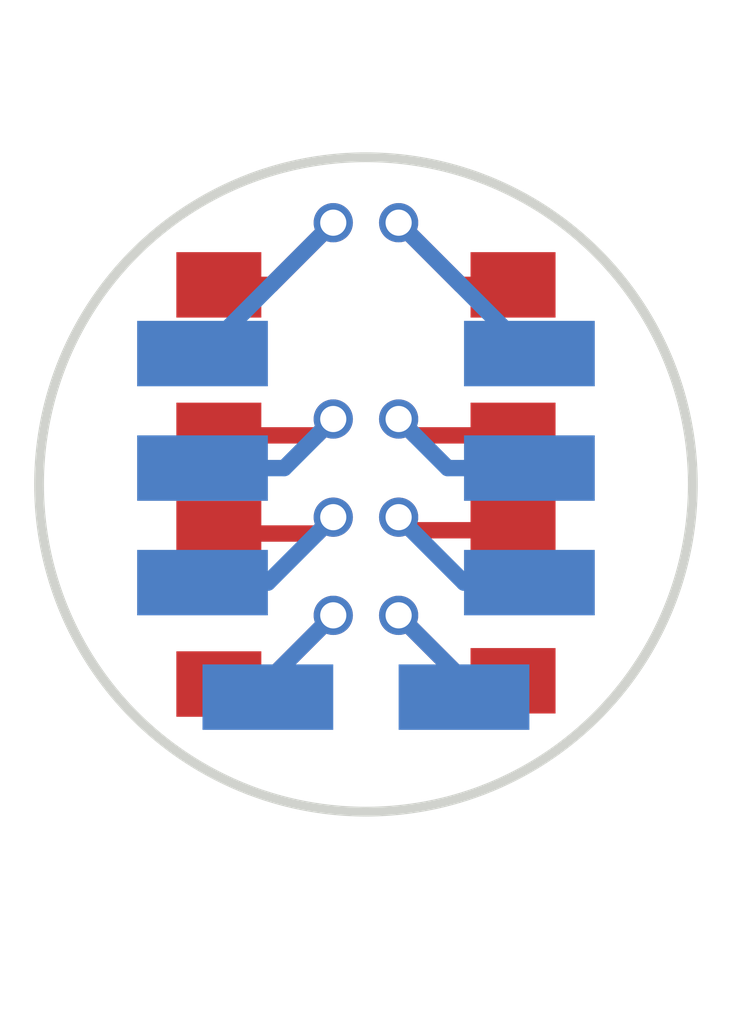
<source format=kicad_pcb>
(kicad_pcb (version 4) (host pcbnew 4.0.7)

  (general
    (links 8)
    (no_connects 0)
    (area 0 0 0 0)
    (thickness 1.6)
    (drawings 17)
    (tracks 38)
    (zones 0)
    (modules 12)
    (nets 9)
  )

  (page A4)
  (layers
    (0 F.Cu signal)
    (31 B.Cu signal)
    (32 B.Adhes user)
    (33 F.Adhes user)
    (34 B.Paste user)
    (35 F.Paste user)
    (36 B.SilkS user)
    (37 F.SilkS user)
    (38 B.Mask user)
    (39 F.Mask user)
    (40 Dwgs.User user)
    (41 Cmts.User user)
    (42 Eco1.User user)
    (43 Eco2.User user)
    (44 Edge.Cuts user)
    (45 Margin user)
    (46 B.CrtYd user)
    (47 F.CrtYd user)
    (48 B.Fab user)
    (49 F.Fab user)
  )

  (setup
    (last_trace_width 0.25)
    (trace_clearance 0.2)
    (zone_clearance 0.508)
    (zone_45_only no)
    (trace_min 0.2)
    (segment_width 0.2)
    (edge_width 0.15)
    (via_size 0.6)
    (via_drill 0.4)
    (via_min_size 0.4)
    (via_min_drill 0.3)
    (uvia_size 0.3)
    (uvia_drill 0.1)
    (uvias_allowed no)
    (uvia_min_size 0.2)
    (uvia_min_drill 0.1)
    (pcb_text_width 0.3)
    (pcb_text_size 1.5 1.5)
    (mod_edge_width 0.15)
    (mod_text_size 1 1)
    (mod_text_width 0.15)
    (pad_size 1.524 1.524)
    (pad_drill 0.762)
    (pad_to_mask_clearance 0.2)
    (aux_axis_origin 0 0)
    (visible_elements FFFFFF7F)
    (pcbplotparams
      (layerselection 0x01030_80000001)
      (usegerberextensions false)
      (excludeedgelayer true)
      (linewidth 0.100000)
      (plotframeref false)
      (viasonmask false)
      (mode 1)
      (useauxorigin false)
      (hpglpennumber 1)
      (hpglpenspeed 20)
      (hpglpendiameter 15)
      (hpglpenoverlay 2)
      (psnegative false)
      (psa4output false)
      (plotreference true)
      (plotvalue true)
      (plotinvisibletext false)
      (padsonsilk false)
      (subtractmaskfromsilk false)
      (outputformat 1)
      (mirror false)
      (drillshape 0)
      (scaleselection 1)
      (outputdirectory Outputs/))
  )

  (net 0 "")
  (net 1 "Net-(D1-Pad1)")
  (net 2 "Net-(D1-Pad2)")
  (net 3 "Net-(D2-Pad1)")
  (net 4 "Net-(D2-Pad2)")
  (net 5 "Net-(Q1-Pad1)")
  (net 6 "Net-(Q1-Pad2)")
  (net 7 "Net-(Q2-Pad1)")
  (net 8 "Net-(Q2-Pad2)")

  (net_class Default "This is the default net class."
    (clearance 0.2)
    (trace_width 0.25)
    (via_dia 0.6)
    (via_drill 0.4)
    (uvia_dia 0.3)
    (uvia_drill 0.1)
    (add_net "Net-(D1-Pad1)")
    (add_net "Net-(D1-Pad2)")
    (add_net "Net-(D2-Pad1)")
    (add_net "Net-(D2-Pad2)")
    (add_net "Net-(Q1-Pad1)")
    (add_net "Net-(Q1-Pad2)")
    (add_net "Net-(Q2-Pad1)")
    (add_net "Net-(Q2-Pad2)")
  )

  (module "Local Library:0805" (layer F.Cu) (tedit 5B840685) (tstamp 5B840282)
    (at 111.75 96.75 270)
    (path /5B804E81)
    (fp_text reference D1 (at -0.456 2.368 270) (layer F.Fab)
      (effects (font (size 1 1) (thickness 0.15)))
    )
    (fp_text value LED (at -1.956 -1.632 270) (layer F.Fab)
      (effects (font (size 1 1) (thickness 0.15)))
    )
    (pad 1 smd rect (at 0 0 270) (size 1 1.3) (layers F.Cu F.Paste F.Mask)
      (net 1 "Net-(D1-Pad1)"))
    (pad 2 smd rect (at 2.3 0 270) (size 1 1.3) (layers F.Cu F.Paste F.Mask)
      (net 2 "Net-(D1-Pad2)"))
  )

  (module "Local Library:0805" (layer F.Cu) (tedit 5B840693) (tstamp 5B840288)
    (at 111.75 95.25 90)
    (path /5B804EAA)
    (fp_text reference D2 (at 0.29 2.24 90) (layer F.Fab)
      (effects (font (size 1 1) (thickness 0.15)))
    )
    (fp_text value LED (at -0.15 -1.41 90) (layer F.Fab)
      (effects (font (size 1 1) (thickness 0.15)))
    )
    (pad 1 smd rect (at 0 0 90) (size 1 1.3) (layers F.Cu F.Paste F.Mask)
      (net 3 "Net-(D2-Pad1)"))
    (pad 2 smd rect (at 2.3 0 90) (size 1 1.3) (layers F.Cu F.Paste F.Mask)
      (net 4 "Net-(D2-Pad2)"))
  )

  (module "Local Library:0805" (layer F.Cu) (tedit 5B84068E) (tstamp 5B84028E)
    (at 116.25 99 90)
    (path /5B802AE4)
    (fp_text reference Q1 (at 3.52 1.836 90) (layer F.Fab)
      (effects (font (size 1 1) (thickness 0.15)))
    )
    (fp_text value Q_Photo_NPN (at -0.15 -1.41 90) (layer F.Fab)
      (effects (font (size 1 1) (thickness 0.15)))
    )
    (pad 1 smd rect (at 0 0 90) (size 1 1.3) (layers F.Cu F.Paste F.Mask)
      (net 5 "Net-(Q1-Pad1)"))
    (pad 2 smd rect (at 2.3 0 90) (size 1 1.3) (layers F.Cu F.Paste F.Mask)
      (net 6 "Net-(Q1-Pad2)"))
  )

  (module "Local Library:0805" (layer F.Cu) (tedit 5B84067E) (tstamp 5B840294)
    (at 116.25 95.25 90)
    (path /5B804E66)
    (fp_text reference Q2 (at 5.528 1.408 90) (layer F.Fab)
      (effects (font (size 1 1) (thickness 0.15)))
    )
    (fp_text value Q_Photo_NPN (at -0.15 -1.41 90) (layer F.Fab)
      (effects (font (size 1 1) (thickness 0.15)))
    )
    (pad 1 smd rect (at 0 0 90) (size 1 1.3) (layers F.Cu F.Paste F.Mask)
      (net 7 "Net-(Q2-Pad1)"))
    (pad 2 smd rect (at 2.3 0 90) (size 1 1.3) (layers F.Cu F.Paste F.Mask)
      (net 8 "Net-(Q2-Pad2)"))
  )

  (module "Local Library:WirePad" (layer B.Cu) (tedit 5B84000E) (tstamp 5B840299)
    (at 112.5 99.25)
    (path /5B840282)
    (fp_text reference U1 (at 0.04 -3.22) (layer B.Fab)
      (effects (font (size 1 1) (thickness 0.15)) (justify mirror))
    )
    (fp_text value WirePad (at -0.02 2.88) (layer B.Fab)
      (effects (font (size 1 1) (thickness 0.15)) (justify mirror))
    )
    (pad 1 smd rect (at 0 0) (size 2 1) (layers B.Cu B.Paste B.Mask)
      (net 2 "Net-(D1-Pad2)"))
  )

  (module "Local Library:WirePad" (layer B.Cu) (tedit 5B8405E0) (tstamp 5B84029E)
    (at 111.5 97.5)
    (path /5B840144)
    (fp_text reference U2 (at 0.04 -3.22) (layer B.Fab)
      (effects (font (size 1 1) (thickness 0.15)) (justify mirror))
    )
    (fp_text value WirePad (at -0.02 2.88) (layer B.Fab)
      (effects (font (size 1 1) (thickness 0.15)) (justify mirror))
    )
    (pad 1 smd rect (at 0 0) (size 2 1) (layers B.Cu B.Paste B.Mask)
      (net 1 "Net-(D1-Pad1)"))
  )

  (module "Local Library:WirePad" (layer B.Cu) (tedit 5B84000E) (tstamp 5B8402A3)
    (at 115.5 99.25)
    (path /5B8402C3)
    (fp_text reference U3 (at 0.04 -3.22) (layer B.Fab)
      (effects (font (size 1 1) (thickness 0.15)) (justify mirror))
    )
    (fp_text value WirePad (at -0.02 2.88) (layer B.Fab)
      (effects (font (size 1 1) (thickness 0.15)) (justify mirror))
    )
    (pad 1 smd rect (at 0 0) (size 2 1) (layers B.Cu B.Paste B.Mask)
      (net 5 "Net-(Q1-Pad1)"))
  )

  (module "Local Library:WirePad" (layer B.Cu) (tedit 5B84000E) (tstamp 5B8402A8)
    (at 116.5 97.5)
    (path /5B8401B5)
    (fp_text reference U4 (at 0.04 -3.22) (layer B.Fab)
      (effects (font (size 1 1) (thickness 0.15)) (justify mirror))
    )
    (fp_text value WirePad (at -0.02 2.88) (layer B.Fab)
      (effects (font (size 1 1) (thickness 0.15)) (justify mirror))
    )
    (pad 1 smd rect (at 0 0) (size 2 1) (layers B.Cu B.Paste B.Mask)
      (net 6 "Net-(Q1-Pad2)"))
  )

  (module "Local Library:WirePad" (layer B.Cu) (tedit 5B84000E) (tstamp 5B8402AD)
    (at 116.5 95.75)
    (path /5B84031E)
    (fp_text reference U5 (at 0.04 -3.22) (layer B.Fab)
      (effects (font (size 1 1) (thickness 0.15)) (justify mirror))
    )
    (fp_text value WirePad (at -0.02 2.88) (layer B.Fab)
      (effects (font (size 1 1) (thickness 0.15)) (justify mirror))
    )
    (pad 1 smd rect (at 0 0) (size 2 1) (layers B.Cu B.Paste B.Mask)
      (net 7 "Net-(Q2-Pad1)"))
  )

  (module "Local Library:WirePad" (layer B.Cu) (tedit 5B84000E) (tstamp 5B8402B2)
    (at 116.5 94)
    (path /5B8401F6)
    (fp_text reference U6 (at 0.04 -3.22) (layer B.Fab)
      (effects (font (size 1 1) (thickness 0.15)) (justify mirror))
    )
    (fp_text value WirePad (at -0.02 2.88) (layer B.Fab)
      (effects (font (size 1 1) (thickness 0.15)) (justify mirror))
    )
    (pad 1 smd rect (at 0 0) (size 2 1) (layers B.Cu B.Paste B.Mask)
      (net 8 "Net-(Q2-Pad2)"))
  )

  (module "Local Library:WirePad" (layer B.Cu) (tedit 5B84000E) (tstamp 5B8402B7)
    (at 111.5 94)
    (path /5B84036F)
    (fp_text reference U7 (at 0.04 -3.22) (layer B.Fab)
      (effects (font (size 1 1) (thickness 0.15)) (justify mirror))
    )
    (fp_text value WirePad (at -0.02 2.88) (layer B.Fab)
      (effects (font (size 1 1) (thickness 0.15)) (justify mirror))
    )
    (pad 1 smd rect (at 0 0) (size 2 1) (layers B.Cu B.Paste B.Mask)
      (net 4 "Net-(D2-Pad2)"))
  )

  (module "Local Library:WirePad" (layer B.Cu) (tedit 5B84000E) (tstamp 5B8402BC)
    (at 111.5 95.75)
    (path /5B840235)
    (fp_text reference U8 (at 0.04 -3.22) (layer B.Fab)
      (effects (font (size 1 1) (thickness 0.15)) (justify mirror))
    )
    (fp_text value WirePad (at -0.02 2.88) (layer B.Fab)
      (effects (font (size 1 1) (thickness 0.15)) (justify mirror))
    )
    (pad 1 smd rect (at 0 0) (size 2 1) (layers B.Cu B.Paste B.Mask)
      (net 3 "Net-(D2-Pad1)"))
  )

  (gr_circle (center 113.5 98) (end 113.7 97.97) (layer B.Mask) (width 0.2))
  (gr_circle (center 114.5 98) (end 114.69 97.9) (layer B.Mask) (width 0.2))
  (gr_circle (center 114.5 96.5) (end 114.71 96.48) (layer B.Mask) (width 0.2))
  (gr_circle (center 113.5 96.5) (end 113.7 96.43) (layer B.Mask) (width 0.2))
  (gr_circle (center 113.5 95) (end 113.7 94.95) (layer B.Mask) (width 0.2))
  (gr_circle (center 114.5 95) (end 114.7 94.95) (layer B.Mask) (width 0.2))
  (gr_circle (center 114.5 92) (end 114.7 91.96) (layer B.Mask) (width 0.2))
  (gr_circle (center 113.5 92) (end 113.7 91.95) (layer B.Mask) (width 0.2))
  (gr_circle (center 113.5 98) (end 113.69 97.93) (layer F.Mask) (width 0.2))
  (gr_circle (center 114.5 98) (end 114.69 97.9) (layer F.Mask) (width 0.2))
  (gr_circle (center 113.5 96.5) (end 113.69 96.41) (layer F.Mask) (width 0.2))
  (gr_circle (center 114.5 96.5) (end 114.69 96.41) (layer F.Mask) (width 0.2))
  (gr_circle (center 114.5 95) (end 114.7 94.95) (layer F.Mask) (width 0.2))
  (gr_circle (center 113.5 95) (end 113.7 94.99) (layer F.Mask) (width 0.2))
  (gr_circle (center 114.5 92) (end 114.7 91.96) (layer F.Mask) (width 0.2))
  (gr_circle (center 113.5 92) (end 113.69 91.94) (layer F.Mask) (width 0.2))
  (gr_circle (center 114 96) (end 119 96) (layer Edge.Cuts) (width 0.15))

  (via (at 113.5 96.5) (size 0.6) (drill 0.4) (layers F.Cu B.Cu) (net 1))
  (segment (start 113.25 96.75) (end 113.5 96.5) (width 0.25) (layer F.Cu) (net 1) (tstamp 5B845062))
  (segment (start 111.75 96.75) (end 113.25 96.75) (width 0.25) (layer F.Cu) (net 1) (status 400000))
  (segment (start 113.5 96.5) (end 112.5 97.5) (width 0.25) (layer B.Cu) (net 1) (tstamp 5B845067))
  (segment (start 112.5 97.5) (end 111.5 97.5) (width 0.25) (layer B.Cu) (net 1) (tstamp 5B845068) (status C00000))
  (via (at 113.5 98) (size 0.6) (drill 0.4) (layers F.Cu B.Cu) (net 2))
  (segment (start 112.5 99) (end 113.5 98) (width 0.25) (layer B.Cu) (net 2) (tstamp 5B845082) (status 400000))
  (segment (start 112.45 99.05) (end 111.75 99.05) (width 0.25) (layer F.Cu) (net 2) (tstamp 5B845088) (status 800000))
  (segment (start 113.5 98) (end 112.45 99.05) (width 0.25) (layer F.Cu) (net 2) (tstamp 5B845087))
  (segment (start 112.5 99.25) (end 112.5 99) (width 0.25) (layer B.Cu) (net 2) (status C00000))
  (via (at 113.5 95) (size 0.6) (drill 0.4) (layers F.Cu B.Cu) (net 3))
  (segment (start 113.25 95.25) (end 113.5 95) (width 0.25) (layer F.Cu) (net 3) (tstamp 5B845041))
  (segment (start 111.75 95.25) (end 113.25 95.25) (width 0.25) (layer F.Cu) (net 3) (status 400000))
  (segment (start 112.75 95.75) (end 111.5 95.75) (width 0.25) (layer B.Cu) (net 3) (tstamp 5B845047) (status 800000))
  (segment (start 113.5 95) (end 112.75 95.75) (width 0.25) (layer B.Cu) (net 3) (tstamp 5B845046))
  (segment (start 111.75 92.95) (end 112.55 92.95) (width 0.25) (layer F.Cu) (net 4))
  (segment (start 113.5 92) (end 111.5 94) (width 0.25) (layer B.Cu) (net 4) (tstamp 5B845009))
  (via (at 113.5 92) (size 0.6) (drill 0.4) (layers F.Cu B.Cu) (net 4))
  (segment (start 112.55 92.95) (end 113.5 92) (width 0.25) (layer F.Cu) (net 4) (tstamp 5B845005))
  (via (at 114.5 98) (size 0.6) (drill 0.4) (layers F.Cu B.Cu) (net 5))
  (segment (start 115.5 99) (end 114.5 98) (width 0.25) (layer F.Cu) (net 5) (tstamp 5B845077))
  (segment (start 116.25 99) (end 115.5 99) (width 0.25) (layer F.Cu) (net 5) (status 400000))
  (segment (start 114.5 98) (end 115.5 99) (width 0.25) (layer B.Cu) (net 5) (tstamp 5B84507E) (status 800000))
  (segment (start 115.5 99) (end 115.5 99.25) (width 0.25) (layer B.Cu) (net 5) (tstamp 5B84507F) (status C00000))
  (segment (start 116.5 97.5) (end 115.5 97.5) (width 0.25) (layer B.Cu) (net 6) (status C00000))
  (segment (start 115.5 97.5) (end 114.5 96.5) (width 0.25) (layer B.Cu) (net 6) (tstamp 5B84506C) (status 400000))
  (via (at 114.5 96.5) (size 0.6) (drill 0.4) (layers F.Cu B.Cu) (net 6))
  (segment (start 114.5 96.5) (end 114.7 96.7) (width 0.25) (layer F.Cu) (net 6) (tstamp 5B845071))
  (segment (start 114.7 96.7) (end 116.25 96.7) (width 0.25) (layer F.Cu) (net 6) (tstamp 5B845072) (status 800000))
  (segment (start 116.25 95.25) (end 114.75 95.25) (width 0.25) (layer F.Cu) (net 7) (status 400000))
  (segment (start 115.25 95.75) (end 116.5 95.75) (width 0.25) (layer B.Cu) (net 7) (tstamp 5B845057) (status 800000))
  (segment (start 114.5 95) (end 115.25 95.75) (width 0.25) (layer B.Cu) (net 7) (tstamp 5B845056))
  (via (at 114.5 95) (size 0.6) (drill 0.4) (layers F.Cu B.Cu) (net 7))
  (segment (start 114.75 95.25) (end 114.5 95) (width 0.25) (layer F.Cu) (net 7) (tstamp 5B845052))
  (segment (start 116.25 92.95) (end 115.45 92.95) (width 0.25) (layer F.Cu) (net 8) (status 400000))
  (segment (start 114.5 92) (end 116.5 94) (width 0.25) (layer B.Cu) (net 8) (tstamp 5B84502E) (status 800000))
  (via (at 114.5 92) (size 0.6) (drill 0.4) (layers F.Cu B.Cu) (net 8))
  (segment (start 115.45 92.95) (end 114.5 92) (width 0.25) (layer F.Cu) (net 8) (tstamp 5B845029))

)

</source>
